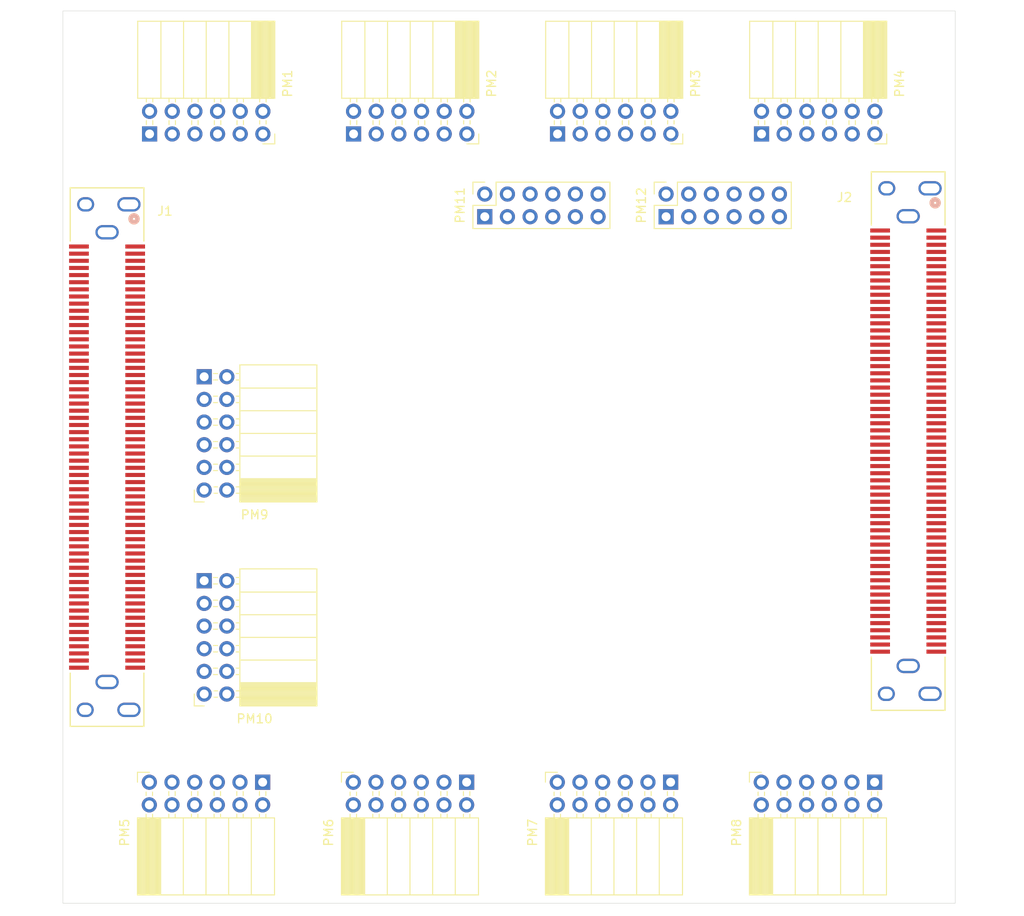
<source format=kicad_pcb>
(kicad_pcb (version 20240108) (generator "pcbnew") (generator_version "8.0")
  (layers (0 "F.Cu" signal) (31 "B.Cu" signal) (34 "B.Paste" user) (35 "F.Paste" user) (36 "B.SilkS" user "B.Silkscreen") (37 "F.SilkS" user "F.Silkscreen") (38 "B.Mask" user) (39 "F.Mask" user) (44 "Edge.Cuts" user))
  (net 0 "")
  (footprint "custom:PMOD_12p_Horizontal" (layer "F.Cu") (at 83.974 55.116 -90)
    (property "Reference" "PM2" (at -5.65 -9.12 90) (layer "F.SilkS"))
    (property "Value" "Conn_02x06_Top_Bottom")
    (pad "1" thru_hole rect (at 0 6.35 270) (size 1.7 1.7) (drill 1) (layers "*.Cu" "*.Mask"))
    (pad "2" thru_hole oval (at 0 3.81 270) (size 1.7 1.7) (drill 1) (layers "*.Cu" "*.Mask"))
    (pad "3" thru_hole oval (at 0 1.27 270) (size 1.7 1.7) (drill 1) (layers "*.Cu" "*.Mask"))
    (pad "4" thru_hole oval (at 0 -1.27 270) (size 1.7 1.7) (drill 1) (layers "*.Cu" "*.Mask"))
    (pad "5" thru_hole oval (at 0 -3.81 270) (size 1.7 1.7) (drill 1) (layers "*.Cu" "*.Mask"))
    (pad "6" thru_hole circle (at 0 -6.35 270) (size 1.7 1.7) (drill 1) (layers "*.Cu" "*.Mask"))
    (pad "7" thru_hole circle (at -2.54 6.35 270) (size 1.7 1.7) (drill 1) (layers "*.Cu" "*.Mask"))
    (pad "8" thru_hole oval (at -2.54 3.81 270) (size 1.7 1.7) (drill 1) (layers "*.Cu" "*.Mask"))
    (pad "9" thru_hole oval (at -2.54 1.27 270) (size 1.7 1.7) (drill 1) (layers "*.Cu" "*.Mask"))
    (pad "10" thru_hole oval (at -2.54 -1.27 270) (size 1.7 1.7) (drill 1) (layers "*.Cu" "*.Mask"))
    (pad "11" thru_hole oval (at -2.54 -3.81 270) (size 1.7 1.7) (drill 1) (layers "*.Cu" "*.Mask"))
    (pad "12" thru_hole circle (at -2.54 -6.35 270) (size 1.7 1.7) (drill 1) (layers "*.Cu" "*.Mask"))
  )
  (footprint "custom:PMOD_12p_Horizontal" (layer "F.Cu") (at 83.947 127.762 90)
    (property "Reference" "PM6" (at -5.65 -9.12 270) (layer "F.SilkS"))
    (property "Value" "Conn_02x06_Top_Bottom")
    (pad "1" thru_hole rect (at 0 6.35 90) (size 1.7 1.7) (drill 1) (layers "*.Cu" "*.Mask"))
    (pad "2" thru_hole oval (at 0 3.81 90) (size 1.7 1.7) (drill 1) (layers "*.Cu" "*.Mask"))
    (pad "3" thru_hole oval (at 0 1.27 90) (size 1.7 1.7) (drill 1) (layers "*.Cu" "*.Mask"))
    (pad "4" thru_hole oval (at 0 -1.27 90) (size 1.7 1.7) (drill 1) (layers "*.Cu" "*.Mask"))
    (pad "5" thru_hole oval (at 0 -3.81 90) (size 1.7 1.7) (drill 1) (layers "*.Cu" "*.Mask"))
    (pad "6" thru_hole circle (at 0 -6.35 90) (size 1.7 1.7) (drill 1) (layers "*.Cu" "*.Mask"))
    (pad "7" thru_hole circle (at -2.54 6.35 90) (size 1.7 1.7) (drill 1) (layers "*.Cu" "*.Mask"))
    (pad "8" thru_hole oval (at -2.54 3.81 90) (size 1.7 1.7) (drill 1) (layers "*.Cu" "*.Mask"))
    (pad "9" thru_hole oval (at -2.54 1.27 90) (size 1.7 1.7) (drill 1) (layers "*.Cu" "*.Mask"))
    (pad "10" thru_hole oval (at -2.54 -1.27 90) (size 1.7 1.7) (drill 1) (layers "*.Cu" "*.Mask"))
    (pad "11" thru_hole oval (at -2.54 -3.81 90) (size 1.7 1.7) (drill 1) (layers "*.Cu" "*.Mask"))
    (pad "12" thru_hole circle (at -2.54 -6.35 90) (size 1.7 1.7) (drill 1) (layers "*.Cu" "*.Mask"))
  )
  (footprint "custom:PMOD_12p_Horizontal" (layer "F.Cu") (at 60.883 111.533 180)
    (property "Reference" "PM10" (at -5.65 -9.12 180) (layer "F.SilkS"))
    (property "Value" "Conn_02x06_Top_Bottom")
    (pad "1" thru_hole rect (at 0 6.35 180) (size 1.7 1.7) (drill 1) (layers "*.Cu" "*.Mask"))
    (pad "2" thru_hole oval (at 0 3.81 180) (size 1.7 1.7) (drill 1) (layers "*.Cu" "*.Mask"))
    (pad "3" thru_hole oval (at 0 1.27 180) (size 1.7 1.7) (drill 1) (layers "*.Cu" "*.Mask"))
    (pad "4" thru_hole oval (at 0 -1.27 180) (size 1.7 1.7) (drill 1) (layers "*.Cu" "*.Mask"))
    (pad "5" thru_hole oval (at 0 -3.81 180) (size 1.7 1.7) (drill 1) (layers "*.Cu" "*.Mask"))
    (pad "6" thru_hole circle (at 0 -6.35 180) (size 1.7 1.7) (drill 1) (layers "*.Cu" "*.Mask"))
    (pad "7" thru_hole circle (at -2.54 6.35 180) (size 1.7 1.7) (drill 1) (layers "*.Cu" "*.Mask"))
    (pad "8" thru_hole oval (at -2.54 3.81 180) (size 1.7 1.7) (drill 1) (layers "*.Cu" "*.Mask"))
    (pad "9" thru_hole oval (at -2.54 1.27 180) (size 1.7 1.7) (drill 1) (layers "*.Cu" "*.Mask"))
    (pad "10" thru_hole oval (at -2.54 -1.27 180) (size 1.7 1.7) (drill 1) (layers "*.Cu" "*.Mask"))
    (pad "11" thru_hole oval (at -2.54 -3.81 180) (size 1.7 1.7) (drill 1) (layers "*.Cu" "*.Mask"))
    (pad "12" thru_hole circle (at -2.54 -6.35 180) (size 1.7 1.7) (drill 1) (layers "*.Cu" "*.Mask"))
  )
  (footprint "custom:PMOD_12p_Horizontal" (layer "F.Cu") (at 61.114 55.116 -90)
    (property "Reference" "PM1" (at -5.65 -9.12 90) (layer "F.SilkS"))
    (property "Value" "Conn_02x06_Top_Bottom")
    (pad "1" thru_hole rect (at 0 6.35 270) (size 1.7 1.7) (drill 1) (layers "*.Cu" "*.Mask"))
    (pad "2" thru_hole oval (at 0 3.81 270) (size 1.7 1.7) (drill 1) (layers "*.Cu" "*.Mask"))
    (pad "3" thru_hole oval (at 0 1.27 270) (size 1.7 1.7) (drill 1) (layers "*.Cu" "*.Mask"))
    (pad "4" thru_hole oval (at 0 -1.27 270) (size 1.7 1.7) (drill 1) (layers "*.Cu" "*.Mask"))
    (pad "5" thru_hole oval (at 0 -3.81 270) (size 1.7 1.7) (drill 1) (layers "*.Cu" "*.Mask"))
    (pad "6" thru_hole circle (at 0 -6.35 270) (size 1.7 1.7) (drill 1) (layers "*.Cu" "*.Mask"))
    (pad "7" thru_hole circle (at -2.54 6.35 270) (size 1.7 1.7) (drill 1) (layers "*.Cu" "*.Mask"))
    (pad "8" thru_hole oval (at -2.54 3.81 270) (size 1.7 1.7) (drill 1) (layers "*.Cu" "*.Mask"))
    (pad "9" thru_hole oval (at -2.54 1.27 270) (size 1.7 1.7) (drill 1) (layers "*.Cu" "*.Mask"))
    (pad "10" thru_hole oval (at -2.54 -1.27 270) (size 1.7 1.7) (drill 1) (layers "*.Cu" "*.Mask"))
    (pad "11" thru_hole oval (at -2.54 -3.81 270) (size 1.7 1.7) (drill 1) (layers "*.Cu" "*.Mask"))
    (pad "12" thru_hole circle (at -2.54 -6.35 270) (size 1.7 1.7) (drill 1) (layers "*.Cu" "*.Mask"))
  )
  (footprint "custom:PMOD_12p_Horizontal" (layer "F.Cu") (at 60.883 88.673 180)
    (property "Reference" "PM9" (at -5.65 -9.12 180) (layer "F.SilkS"))
    (property "Value" "Conn_02x06_Top_Bottom")
    (pad "1" thru_hole rect (at 0 6.35 180) (size 1.7 1.7) (drill 1) (layers "*.Cu" "*.Mask"))
    (pad "2" thru_hole oval (at 0 3.81 180) (size 1.7 1.7) (drill 1) (layers "*.Cu" "*.Mask"))
    (pad "3" thru_hole oval (at 0 1.27 180) (size 1.7 1.7) (drill 1) (layers "*.Cu" "*.Mask"))
    (pad "4" thru_hole oval (at 0 -1.27 180) (size 1.7 1.7) (drill 1) (layers "*.Cu" "*.Mask"))
    (pad "5" thru_hole oval (at 0 -3.81 180) (size 1.7 1.7) (drill 1) (layers "*.Cu" "*.Mask"))
    (pad "6" thru_hole circle (at 0 -6.35 180) (size 1.7 1.7) (drill 1) (layers "*.Cu" "*.Mask"))
    (pad "7" thru_hole circle (at -2.54 6.35 180) (size 1.7 1.7) (drill 1) (layers "*.Cu" "*.Mask"))
    (pad "8" thru_hole oval (at -2.54 3.81 180) (size 1.7 1.7) (drill 1) (layers "*.Cu" "*.Mask"))
    (pad "9" thru_hole oval (at -2.54 1.27 180) (size 1.7 1.7) (drill 1) (layers "*.Cu" "*.Mask"))
    (pad "10" thru_hole oval (at -2.54 -1.27 180) (size 1.7 1.7) (drill 1) (layers "*.Cu" "*.Mask"))
    (pad "11" thru_hole oval (at -2.54 -3.81 180) (size 1.7 1.7) (drill 1) (layers "*.Cu" "*.Mask"))
    (pad "12" thru_hole circle (at -2.54 -6.35 180) (size 1.7 1.7) (drill 1) (layers "*.Cu" "*.Mask"))
  )
  (footprint "custom:PMOD_12p_Horizontal" (layer "F.Cu") (at 106.807 127.762 90)
    (property "Reference" "PM7" (at -5.65 -9.12 270) (layer "F.SilkS"))
    (property "Value" "Conn_02x06_Top_Bottom")
    (pad "1" thru_hole rect (at 0 6.35 90) (size 1.7 1.7) (drill 1) (layers "*.Cu" "*.Mask"))
    (pad "2" thru_hole oval (at 0 3.81 90) (size 1.7 1.7) (drill 1) (layers "*.Cu" "*.Mask"))
    (pad "3" thru_hole oval (at 0 1.27 90) (size 1.7 1.7) (drill 1) (layers "*.Cu" "*.Mask"))
    (pad "4" thru_hole oval (at 0 -1.27 90) (size 1.7 1.7) (drill 1) (layers "*.Cu" "*.Mask"))
    (pad "5" thru_hole oval (at 0 -3.81 90) (size 1.7 1.7) (drill 1) (layers "*.Cu" "*.Mask"))
    (pad "6" thru_hole circle (at 0 -6.35 90) (size 1.7 1.7) (drill 1) (layers "*.Cu" "*.Mask"))
    (pad "7" thru_hole circle (at -2.54 6.35 90) (size 1.7 1.7) (drill 1) (layers "*.Cu" "*.Mask"))
    (pad "8" thru_hole oval (at -2.54 3.81 90) (size 1.7 1.7) (drill 1) (layers "*.Cu" "*.Mask"))
    (pad "9" thru_hole oval (at -2.54 1.27 90) (size 1.7 1.7) (drill 1) (layers "*.Cu" "*.Mask"))
    (pad "10" thru_hole oval (at -2.54 -1.27 90) (size 1.7 1.7) (drill 1) (layers "*.Cu" "*.Mask"))
    (pad "11" thru_hole oval (at -2.54 -3.81 90) (size 1.7 1.7) (drill 1) (layers "*.Cu" "*.Mask"))
    (pad "12" thru_hole circle (at -2.54 -6.35 90) (size 1.7 1.7) (drill 1) (layers "*.Cu" "*.Mask"))
  )
  (footprint "custom:CUSTOM_FX_120S-0.8SH20" (layer "F.Cu") (at 50.001 91.33 -90)
    (property "Reference" "J1" (at -27.57 -6.489999 0) (layer "F.SilkS"))
    (property "Value" "FX18-120P-0.8SV20")
    (pad "1" smd rect (at -23.599999 -3.149999 270) (size 0.4572 2.2098) (layers "F.Cu" "F.Paste" "F.Mask"))
    (pad "2" smd rect (at -22.799998 -3.149999 270) (size 0.4572 2.2098) (layers "F.Cu" "F.Paste" "F.Mask"))
    (pad "3" smd rect (at -21.999999 -3.149999 270) (size 0.4572 2.2098) (layers "F.Cu" "F.Paste" "F.Mask"))
    (pad "4" smd rect (at -21.199998 -3.149999 270) (size 0.4572 2.2098) (layers "F.Cu" "F.Paste" "F.Mask"))
    (pad "5" smd rect (at -20.4 -3.149999 270) (size 0.4572 2.2098) (layers "F.Cu" "F.Paste" "F.Mask"))
    (pad "6" smd rect (at -19.599999 -3.149999 270) (size 0.4572 2.2098) (layers "F.Cu" "F.Paste" "F.Mask"))
    (pad "7" smd rect (at -18.799998 -3.149999 270) (size 0.4572 2.2098) (layers "F.Cu" "F.Paste" "F.Mask"))
    (pad "8" smd rect (at -18 -3.149999 270) (size 0.4572 2.2098) (layers "F.Cu" "F.Paste" "F.Mask"))
    (pad "9" smd rect (at -17.199999 -3.149999 270) (size 0.4572 2.2098) (layers "F.Cu" "F.Paste" "F.Mask"))
    (pad "10" smd rect (at -16.4 -3.149999 270) (size 0.4572 2.2098) (layers "F.Cu" "F.Paste" "F.Mask"))
    (pad "11" smd rect (at -15.599999 -3.149999 270) (size 0.4572 2.2098) (layers "F.Cu" "F.Paste" "F.Mask"))
    (pad "12" smd rect (at -14.799998 -3.149999 270) (size 0.4572 2.2098) (layers "F.Cu" "F.Paste" "F.Mask"))
    (pad "13" smd rect (at -14 -3.149999 270) (size 0.4572 2.2098) (layers "F.Cu" "F.Paste" "F.Mask"))
    (pad "14" smd rect (at -13.199999 -3.149999 270) (size 0.4572 2.2098) (layers "F.Cu" "F.Paste" "F.Mask"))
    (pad "15" smd rect (at -12.400001 -3.149999 270) (size 0.4572 2.2098) (layers "F.Cu" "F.Paste" "F.Mask"))
    (pad "16" smd rect (at -11.6 -3.149999 270) (size 0.4572 2.2098) (layers "F.Cu" "F.Paste" "F.Mask"))
    (pad "17" smd rect (at -10.799999 -3.149999 270) (size 0.4572 2.2098) (layers "F.Cu" "F.Paste" "F.Mask"))
    (pad "18" smd rect (at -10 -3.149999 270) (size 0.4572 2.2098) (layers "F.Cu" "F.Paste" "F.Mask"))
    (pad "19" smd rect (at -9.199999 -3.149999 270) (size 0.4572 2.2098) (layers "F.Cu" "F.Paste" "F.Mask"))
    (pad "20" smd rect (at -8.400001 -3.149999 270) (size 0.4572 2.2098) (layers "F.Cu" "F.Paste" "F.Mask"))
    (pad "21" smd rect (at -7.6 -3.149999 270) (size 0.4572 2.2098) (layers "F.Cu" "F.Paste" "F.Mask"))
    (pad "22" smd rect (at -6.799999 -3.149999 270) (size 0.4572 2.2098) (layers "F.Cu" "F.Paste" "F.Mask"))
    (pad "23" smd rect (at -6.000001 -3.149999 270) (size 0.4572 2.2098) (layers "F.Cu" "F.Paste" "F.Mask"))
    (pad "24" smd rect (at -5.2 -3.149999 270) (size 0.4572 2.2098) (layers "F.Cu" "F.Paste" "F.Mask"))
    (pad "25" smd rect (at -4.400001 -3.149999 270) (size 0.4572 2.2098) (layers "F.Cu" "F.Paste" "F.Mask"))
    (pad "26" smd rect (at -3.6 -3.149999 270) (size 0.4572 2.2098) (layers "F.Cu" "F.Paste" "F.Mask"))
    (pad "27" smd rect (at -2.799999 -3.149999 270) (size 0.4572 2.2098) (layers "F.Cu" "F.Paste" "F.Mask"))
    (pad "28" smd rect (at -2.000001 -3.149999 270) (size 0.4572 2.2098) (layers "F.Cu" "F.Paste" "F.Mask"))
    (pad "29" smd rect (at -1.2 -3.149999 270) (size 0.4572 2.2098) (layers "F.Cu" "F.Paste" "F.Mask"))
    (pad "30" smd rect (at -0.400002 -3.149999 270) (size 0.4572 2.2098) (layers "F.Cu" "F.Paste" "F.Mask"))
    (pad "31" smd rect (at 0.399999 -3.149999 270) (size 0.4572 2.2098) (layers "F.Cu" "F.Paste" "F.Mask"))
    (pad "32" smd rect (at 1.2 -3.149999 270) (size 0.4572 2.2098) (layers "F.Cu" "F.Paste" "F.Mask"))
    (pad "33" smd rect (at 1.999999 -3.149999 270) (size 0.4572 2.2098) (layers "F.Cu" "F.Paste" "F.Mask"))
    (pad "34" smd rect (at 2.799999 -3.149999 270) (size 0.4572 2.2098) (layers "F.Cu" "F.Paste" "F.Mask"))
    (pad "35" smd rect (at 3.599998 -3.149999 270) (size 0.4572 2.2098) (layers "F.Cu" "F.Paste" "F.Mask"))
    (pad "36" smd rect (at 4.399999 -3.149999 270) (size 0.4572 2.2098) (layers "F.Cu" "F.Paste" "F.Mask"))
    (pad "37" smd rect (at 5.199997 -3.149999 270) (size 0.4572 2.2098) (layers "F.Cu" "F.Paste" "F.Mask"))
    (pad "38" smd rect (at 5.999998 -3.149999 270) (size 0.4572 2.2098) (layers "F.Cu" "F.Paste" "F.Mask"))
    (pad "39" smd rect (at 6.799999 -3.149999 270) (size 0.4572 2.2098) (layers "F.Cu" "F.Paste" "F.Mask"))
    (pad "40" smd rect (at 7.599997 -3.149999 270) (size 0.4572 2.2098) (layers "F.Cu" "F.Paste" "F.Mask"))
    (pad "41" smd rect (at 8.399998 -3.149999 270) (size 0.4572 2.2098) (layers "F.Cu" "F.Paste" "F.Mask"))
    (pad "42" smd rect (at 9.199997 -3.149999 270) (size 0.4572 2.2098) (layers "F.Cu" "F.Paste" "F.Mask"))
    (pad "43" smd rect (at 9.999998 -3.149999 270) (size 0.4572 2.2098) (layers "F.Cu" "F.Paste" "F.Mask"))
    (pad "44" smd rect (at 10.799999 -3.149999 270) (size 0.4572 2.2098) (layers "F.Cu" "F.Paste" "F.Mask"))
    (pad "45" smd rect (at 11.599997 -3.149999 270) (size 0.4572 2.2098) (layers "F.Cu" "F.Paste" "F.Mask"))
    (pad "46" smd rect (at 12.399998 -3.149999 270) (size 0.4572 2.2098) (layers "F.Cu" "F.Paste" "F.Mask"))
    (pad "47" smd rect (at 13.199996 -3.149999 270) (size 0.4572 2.2098) (layers "F.Cu" "F.Paste" "F.Mask"))
    (pad "48" smd rect (at 13.999997 -3.149999 270) (size 0.4572 2.2098) (layers "F.Cu" "F.Paste" "F.Mask"))
    (pad "49" smd rect (at 14.799998 -3.149999 270) (size 0.4572 2.2098) (layers "F.Cu" "F.Paste" "F.Mask"))
    (pad "50" smd rect (at 15.599997 -3.149999 270) (size 0.4572 2.2098) (layers "F.Cu" "F.Paste" "F.Mask"))
    (pad "51" smd rect (at 16.399998 -3.149999 270) (size 0.4572 2.2098) (layers "F.Cu" "F.Paste" "F.Mask"))
    (pad "52" smd rect (at 17.199996 -3.149999 270) (size 0.4572 2.2098) (layers "F.Cu" "F.Paste" "F.Mask"))
    (pad "53" smd rect (at 17.999997 -3.149999 270) (size 0.4572 2.2098) (layers "F.Cu" "F.Paste" "F.Mask"))
    (pad "54" smd rect (at 18.799998 -3.149999 270) (size 0.4572 2.2098) (layers "F.Cu" "F.Paste" "F.Mask"))
    (pad "55" smd rect (at 19.599996 -3.149999 270) (size 0.4572 2.2098) (layers "F.Cu" "F.Paste" "F.Mask"))
    (pad "56" smd rect (at 20.399997 -3.149999 270) (size 0.4572 2.2098) (layers "F.Cu" "F.Paste" "F.Mask"))
    (pad "57" smd rect (at 21.199996 -3.149999 270) (size 0.4572 2.2098) (layers "F.Cu" "F.Paste" "F.Mask"))
    (pad "58" smd rect (at 21.999997 -3.149999 270) (size 0.4572 2.2098) (layers "F.Cu" "F.Paste" "F.Mask"))
    (pad "59" smd rect (at 22.799998 -3.149999 270) (size 0.4572 2.2098) (layers "F.Cu" "F.Paste" "F.Mask"))
    (pad "60" smd rect (at 23.599996 -3.149999 270) (size 0.4572 2.2098) (layers "F.Cu" "F.Paste" "F.Mask"))
    (pad "61" smd rect (at -23.599996 3.149999 270) (size 0.4572 2.2098) (layers "F.Cu" "F.Paste" "F.Mask"))
    (pad "62" smd rect (at -22.799998 3.149999 270) (size 0.4572 2.2098) (layers "F.Cu" "F.Paste" "F.Mask"))
    (pad "63" smd rect (at -21.999997 3.149999 270) (size 0.4572 2.2098) (layers "F.Cu" "F.Paste" "F.Mask"))
    (pad "64" smd rect (at -21.199996 3.149999 270) (size 0.4572 2.2098) (layers "F.Cu" "F.Paste" "F.Mask"))
    (pad "65" smd rect (at -20.399997 3.149999 270) (size 0.4572 2.2098) (layers "F.Cu" "F.Paste" "F.Mask"))
    (pad "66" smd rect (at -19.599996 3.149999 270) (size 0.4572 2.2098) (layers "F.Cu" "F.Paste" "F.Mask"))
    (pad "67" smd rect (at -18.799998 3.149999 270) (size 0.4572 2.2098) (layers "F.Cu" "F.Paste" "F.Mask"))
    (pad "68" smd rect (at -17.999997 3.149999 270) (size 0.4572 2.2098) (layers "F.Cu" "F.Paste" "F.Mask"))
    (pad "69" smd rect (at -17.199996 3.149999 270) (size 0.4572 2.2098) (layers "F.Cu" "F.Paste" "F.Mask"))
    (pad "70" smd rect (at -16.399998 3.149999 270) (size 0.4572 2.2098) (layers "F.Cu" "F.Paste" "F.Mask"))
    (pad "71" smd rect (at -15.599997 3.149999 270) (size 0.4572 2.2098) (layers "F.Cu" "F.Paste" "F.Mask"))
    (pad "72" smd rect (at -14.799998 3.149999 270) (size 0.4572 2.2098) (layers "F.Cu" "F.Paste" "F.Mask"))
    (pad "73" smd rect (at -13.999997 3.149999 270) (size 0.4572 2.2098) (layers "F.Cu" "F.Paste" "F.Mask"))
    (pad "74" smd rect (at -13.199996 3.149999 270) (size 0.4572 2.2098) (layers "F.Cu" "F.Paste" "F.Mask"))
    (pad "75" smd rect (at -12.399998 3.149999 270) (size 0.4572 2.2098) (layers "F.Cu" "F.Paste" "F.Mask"))
    (pad "76" smd rect (at -11.599997 3.149999 270) (size 0.4572 2.2098) (layers "F.Cu" "F.Paste" "F.Mask"))
    (pad "77" smd rect (at -10.799999 3.149999 270) (size 0.4572 2.2098) (layers "F.Cu" "F.Paste" "F.Mask"))
    (pad "78" smd rect (at -9.999998 3.149999 270) (size 0.4572 2.2098) (layers "F.Cu" "F.Paste" "F.Mask"))
    (pad "79" smd rect (at -9.199997 3.149999 270) (size 0.4572 2.2098) (layers "F.Cu" "F.Paste" "F.Mask"))
    (pad "80" smd rect (at -8.399998 3.149999 270) (size 0.4572 2.2098) (layers "F.Cu" "F.Paste" "F.Mask"))
    (pad "81" smd rect (at -7.599997 3.149999 270) (size 0.4572 2.2098) (layers "F.Cu" "F.Paste" "F.Mask"))
    (pad "82" smd rect (at -6.799999 3.149999 270) (size 0.4572 2.2098) (layers "F.Cu" "F.Paste" "F.Mask"))
    (pad "83" smd rect (at -5.999998 3.149999 270) (size 0.4572 2.2098) (layers "F.Cu" "F.Paste" "F.Mask"))
    (pad "84" smd rect (at -5.199997 3.149999 270) (size 0.4572 2.2098) (layers "F.Cu" "F.Paste" "F.Mask"))
    (pad "85" smd rect (at -4.399999 3.149999 270) (size 0.4572 2.2098) (layers "F.Cu" "F.Paste" "F.Mask"))
    (pad "86" smd rect (at -3.599998 3.149999 270) (size 0.4572 2.2098) (layers "F.Cu" "F.Paste" "F.Mask"))
    (pad "87" smd rect (at -2.799999 3.149999 270) (size 0.4572 2.2098) (layers "F.Cu" "F.Paste" "F.Mask"))
    (pad "88" smd rect (at -1.999999 3.149999 270) (size 0.4572 2.2098) (layers "F.Cu" "F.Paste" "F.Mask"))
    (pad "89" smd rect (at -1.2 3.149999 270) (size 0.4572 2.2098) (layers "F.Cu" "F.Paste" "F.Mask"))
    (pad "90" smd rect (at -0.399999 3.149999 270) (size 0.4572 2.2098) (layers "F.Cu" "F.Paste" "F.Mask"))
    (pad "91" smd rect (at 0.400002 3.149999 270) (size 0.4572 2.2098) (layers "F.Cu" "F.Paste" "F.Mask"))
    (pad "92" smd rect (at 1.2 3.149999 270) (size 0.4572 2.2098) (layers "F.Cu" "F.Paste" "F.Mask"))
    (pad "93" smd rect (at 2.000001 3.149999 270) (size 0.4572 2.2098) (layers "F.Cu" "F.Paste" "F.Mask"))
    (pad "94" smd rect (at 2.799999 3.149999 270) (size 0.4572 2.2098) (layers "F.Cu" "F.Paste" "F.Mask"))
    (pad "95" smd rect (at 3.6 3.149999 270) (size 0.4572 2.2098) (layers "F.Cu" "F.Paste" "F.Mask"))
    (pad "96" smd rect (at 4.400001 3.149999 270) (size 0.4572 2.2098) (layers "F.Cu" "F.Paste" "F.Mask"))
    (pad "97" smd rect (at 5.2 3.149999 270) (size 0.4572 2.2098) (layers "F.Cu" "F.Paste" "F.Mask"))
    (pad "98" smd rect (at 6.000001 3.149999 270) (size 0.4572 2.2098) (layers "F.Cu" "F.Paste" "F.Mask"))
    (pad "99" smd rect (at 6.799999 3.149999 270) (size 0.4572 2.2098) (layers "F.Cu" "F.Paste" "F.Mask"))
    (pad "100" smd rect (at 7.6 3.149999 270) (size 0.4572 2.2098) (layers "F.Cu" "F.Paste" "F.Mask"))
    (pad "101" smd rect (at 8.400001 3.149999 270) (size 0.4572 2.2098) (layers "F.Cu" "F.Paste" "F.Mask"))
    (pad "102" smd rect (at 9.199999 3.149999 270) (size 0.4572 2.2098) (layers "F.Cu" "F.Paste" "F.Mask"))
    (pad "103" smd rect (at 10 3.149999 270) (size 0.4572 2.2098) (layers "F.Cu" "F.Paste" "F.Mask"))
    (pad "104" smd rect (at 10.799999 3.149999 270) (size 0.4572 2.2098) (layers "F.Cu" "F.Paste" "F.Mask"))
    (pad "105" smd rect (at 11.6 3.149999 270) (size 0.4572 2.2098) (layers "F.Cu" "F.Paste" "F.Mask"))
    (pad "106" smd rect (at 12.400001 3.149999 270) (size 0.4572 2.2098) (layers "F.Cu" "F.Paste" "F.Mask"))
    (pad "107" smd rect (at 13.199999 3.149999 270) (size 0.4572 2.2098) (layers "F.Cu" "F.Paste" "F.Mask"))
    (pad "108" smd rect (at 14 3.149999 270) (size 0.4572 2.2098) (layers "F.Cu" "F.Paste" "F.Mask"))
    (pad "109" smd rect (at 14.799998 3.149999 270) (size 0.4572 2.2098) (layers "F.Cu" "F.Paste" "F.Mask"))
    (pad "110" smd rect (at 15.599999 3.149999 270) (size 0.4572 2.2098) (layers "F.Cu" "F.Paste" "F.Mask"))
    (pad "111" smd rect (at 16.4 3.149999 270) (size 0.4572 2.2098) (layers "F.Cu" "F.Paste" "F.Mask"))
    (pad "112" smd rect (at 17.199999 3.149999 270) (size 0.4572 2.2098) (layers "F.Cu" "F.Paste" "F.Mask"))
    (pad "113" smd rect (at 18 3.149999 270) (size 0.4572 2.2098) (layers "F.Cu" "F.Paste" "F.Mask"))
    (pad "114" smd rect (at 18.799998 3.149999 270) (size 0.4572 2.2098) (layers "F.Cu" "F.Paste" "F.Mask"))
    (pad "115" smd rect (at 19.599999 3.149999 270) (size 0.4572 2.2098) (layers "F.Cu" "F.Paste" "F.Mask"))
    (pad "116" smd rect (at 20.4 3.149999 270) (size 0.4572 2.2098) (layers "F.Cu" "F.Paste" "F.Mask"))
    (pad "117" smd rect (at 21.199998 3.149999 270) (size 0.4572 2.2098) (layers "F.Cu" "F.Paste" "F.Mask"))
    (pad "118" smd rect (at 21.999999 3.149999 270) (size 0.4572 2.2098) (layers "F.Cu" "F.Paste" "F.Mask"))
    (pad "119" smd rect (at 22.799998 3.149999 270) (size 0.4572 2.2098) (layers "F.Cu" "F.Paste" "F.Mask"))
    (pad "120" smd rect (at 23.599999 3.149999 270) (size 0.4572 2.2098) (layers "F.Cu" "F.Paste" "F.Mask"))
    (pad "121" thru_hole oval (at -28.325 2.4) (size 1.908 1.608) (drill oval 1.4 1.1) (layers "*.Cu" "*.Mask"))
    (pad "122" thru_hole oval (at -28.325 -2.45) (size 2.608001 1.608) (drill oval 2.1 1.1) (layers "*.Cu" "*.Mask"))
    (pad "123" thru_hole oval (at -25.2 0) (size 2.608001 1.608) (drill oval 2.1 1.1) (layers "*.Cu" "*.Mask"))
    (pad "124" thru_hole oval (at 25.200001 0) (size 2.608001 1.608) (drill oval 2.1 1.1) (layers "*.Cu" "*.Mask"))
    (pad "125" thru_hole oval (at 28.325 2.45) (size 1.908 1.608) (drill oval 1.4 1.1) (layers "*.Cu" "*.Mask"))
    (pad "126" thru_hole oval (at 28.325 -2.45) (size 2.608001 1.608) (drill oval 2.1 1.1) (layers "*.Cu" "*.Mask"))
  )
  (footprint "custom:PMOD_12p_Horizontal" (layer "F.Cu") (at 129.694 55.116 -90)
    (property "Reference" "PM4" (at -5.65 -9.12 90) (layer "F.SilkS"))
    (property "Value" "Conn_02x06_Top_Bottom")
    (pad "1" thru_hole rect (at 0 6.35 270) (size 1.7 1.7) (drill 1) (layers "*.Cu" "*.Mask"))
    (pad "2" thru_hole oval (at 0 3.81 270) (size 1.7 1.7) (drill 1) (layers "*.Cu" "*.Mask"))
    (pad "3" thru_hole oval (at 0 1.27 270) (size 1.7 1.7) (drill 1) (layers "*.Cu" "*.Mask"))
    (pad "4" thru_hole oval (at 0 -1.27 270) (size 1.7 1.7) (drill 1) (layers "*.Cu" "*.Mask"))
    (pad "5" thru_hole oval (at 0 -3.81 270) (size 1.7 1.7) (drill 1) (layers "*.Cu" "*.Mask"))
    (pad "6" thru_hole circle (at 0 -6.35 270) (size 1.7 1.7) (drill 1) (layers "*.Cu" "*.Mask"))
    (pad "7" thru_hole circle (at -2.54 6.35 270) (size 1.7 1.7) (drill 1) (layers "*.Cu" "*.Mask"))
    (pad "8" thru_hole oval (at -2.54 3.81 270) (size 1.7 1.7) (drill 1) (layers "*.Cu" "*.Mask"))
    (pad "9" thru_hole oval (at -2.54 1.27 270) (size 1.7 1.7) (drill 1) (layers "*.Cu" "*.Mask"))
    (pad "10" thru_hole oval (at -2.54 -1.27 270) (size 1.7 1.7) (drill 1) (layers "*.Cu" "*.Mask"))
    (pad "11" thru_hole oval (at -2.54 -3.81 270) (size 1.7 1.7) (drill 1) (layers "*.Cu" "*.Mask"))
    (pad "12" thru_hole circle (at -2.54 -6.35 270) (size 1.7 1.7) (drill 1) (layers "*.Cu" "*.Mask"))
  )
  (footprint "custom:PMOD_12p_Vertical" (layer "F.Cu") (at 98.679 64.389 90)
    (property "Reference" "PM11" (at 1.27 -9.12 270) (layer "F.SilkS"))
    (property "Value" "Conn_02x06_Top_Bottom")
    (pad "1" thru_hole rect (at 0 -6.35 90) (size 1.7 1.7) (drill 1) (layers "*.Cu" "*.Mask"))
    (pad "2" thru_hole oval (at 0 -3.81 90) (size 1.7 1.7) (drill 1) (layers "*.Cu" "*.Mask"))
    (pad "3" thru_hole oval (at 0 -1.27 90) (size 1.7 1.7) (drill 1) (layers "*.Cu" "*.Mask"))
    (pad "4" thru_hole oval (at 0 1.27 90) (size 1.7 1.7) (drill 1) (layers "*.Cu" "*.Mask"))
    (pad "5" thru_hole oval (at 0 3.81 90) (size 1.7 1.7) (drill 1) (layers "*.Cu" "*.Mask"))
    (pad "6" thru_hole oval (at 0 6.35 90) (size 1.7 1.7) (drill 1) (layers "*.Cu" "*.Mask"))
    (pad "7" thru_hole oval (at 2.54 -6.35 90) (size 1.7 1.7) (drill 1) (layers "*.Cu" "*.Mask"))
    (pad "8" thru_hole oval (at 2.54 -3.81 90) (size 1.7 1.7) (drill 1) (layers "*.Cu" "*.Mask"))
    (pad "9" thru_hole oval (at 2.54 -1.27 90) (size 1.7 1.7) (drill 1) (layers "*.Cu" "*.Mask"))
    (pad "10" thru_hole oval (at 2.54 1.27 90) (size 1.7 1.7) (drill 1) (layers "*.Cu" "*.Mask"))
    (pad "11" thru_hole oval (at 2.54 3.81 90) (size 1.7 1.7) (drill 1) (layers "*.Cu" "*.Mask"))
    (pad "12" thru_hole oval (at 2.54 6.35 90) (size 1.7 1.7) (drill 1) (layers "*.Cu" "*.Mask"))
  )
  (footprint "custom:PMOD_12p_Vertical" (layer "F.Cu") (at 118.999 64.389 90)
    (property "Reference" "PM12" (at 1.27 -9.12 270) (layer "F.SilkS"))
    (property "Value" "Conn_02x06_Top_Bottom")
    (pad "1" thru_hole rect (at 0 -6.35 90) (size 1.7 1.7) (drill 1) (layers "*.Cu" "*.Mask"))
    (pad "2" thru_hole oval (at 0 -3.81 90) (size 1.7 1.7) (drill 1) (layers "*.Cu" "*.Mask"))
    (pad "3" thru_hole oval (at 0 -1.27 90) (size 1.7 1.7) (drill 1) (layers "*.Cu" "*.Mask"))
    (pad "4" thru_hole oval (at 0 1.27 90) (size 1.7 1.7) (drill 1) (layers "*.Cu" "*.Mask"))
    (pad "5" thru_hole oval (at 0 3.81 90) (size 1.7 1.7) (drill 1) (layers "*.Cu" "*.Mask"))
    (pad "6" thru_hole oval (at 0 6.35 90) (size 1.7 1.7) (drill 1) (layers "*.Cu" "*.Mask"))
    (pad "7" thru_hole oval (at 2.54 -6.35 90) (size 1.7 1.7) (drill 1) (layers "*.Cu" "*.Mask"))
    (pad "8" thru_hole oval (at 2.54 -3.81 90) (size 1.7 1.7) (drill 1) (layers "*.Cu" "*.Mask"))
    (pad "9" thru_hole oval (at 2.54 -1.27 90) (size 1.7 1.7) (drill 1) (layers "*.Cu" "*.Mask"))
    (pad "10" thru_hole oval (at 2.54 1.27 90) (size 1.7 1.7) (drill 1) (layers "*.Cu" "*.Mask"))
    (pad "11" thru_hole oval (at 2.54 3.81 90) (size 1.7 1.7) (drill 1) (layers "*.Cu" "*.Mask"))
    (pad "12" thru_hole oval (at 2.54 6.35 90) (size 1.7 1.7) (drill 1) (layers "*.Cu" "*.Mask"))
  )
  (footprint "custom:PMOD_12p_Horizontal" (layer "F.Cu") (at 61.087 127.762 90)
    (property "Reference" "PM5" (at -5.65 -9.12 270) (layer "F.SilkS"))
    (property "Value" "Conn_02x06_Top_Bottom")
    (pad "1" thru_hole rect (at 0 6.35 90) (size 1.7 1.7) (drill 1) (layers "*.Cu" "*.Mask"))
    (pad "2" thru_hole oval (at 0 3.81 90) (size 1.7 1.7) (drill 1) (layers "*.Cu" "*.Mask"))
    (pad "3" thru_hole oval (at 0 1.27 90) (size 1.7 1.7) (drill 1) (layers "*.Cu" "*.Mask"))
    (pad "4" thru_hole oval (at 0 -1.27 90) (size 1.7 1.7) (drill 1) (layers "*.Cu" "*.Mask"))
    (pad "5" thru_hole oval (at 0 -3.81 90) (size 1.7 1.7) (drill 1) (layers "*.Cu" "*.Mask"))
    (pad "6" thru_hole circle (at 0 -6.35 90) (size 1.7 1.7) (drill 1) (layers "*.Cu" "*.Mask"))
    (pad "7" thru_hole circle (at -2.54 6.35 90) (size 1.7 1.7) (drill 1) (layers "*.Cu" "*.Mask"))
    (pad "8" thru_hole oval (at -2.54 3.81 90) (size 1.7 1.7) (drill 1) (layers "*.Cu" "*.Mask"))
    (pad "9" thru_hole oval (at -2.54 1.27 90) (size 1.7 1.7) (drill 1) (layers "*.Cu" "*.Mask"))
    (pad "10" thru_hole oval (at -2.54 -1.27 90) (size 1.7 1.7) (drill 1) (layers "*.Cu" "*.Mask"))
    (pad "11" thru_hole oval (at -2.54 -3.81 90) (size 1.7 1.7) (drill 1) (layers "*.Cu" "*.Mask"))
    (pad "12" thru_hole circle (at -2.54 -6.35 90) (size 1.7 1.7) (drill 1) (layers "*.Cu" "*.Mask"))
  )
  (footprint "custom:CUSTOM_FX_120S-0.8SH20" (layer "F.Cu") (at 139.78255 89.535 -90)
    (property "Reference" "J2" (at -27.309999 7.140001 0) (layer "F.SilkS"))
    (property "Value" "FX18-120S-0.8SV20")
    (pad "1" smd rect (at -23.599999 -3.149999 270) (size 0.4572 2.2098) (layers "F.Cu" "F.Paste" "F.Mask"))
    (pad "2" smd rect (at -22.799998 -3.149999 270) (size 0.4572 2.2098) (layers "F.Cu" "F.Paste" "F.Mask"))
    (pad "3" smd rect (at -21.999999 -3.149999 270) (size 0.4572 2.2098) (layers "F.Cu" "F.Paste" "F.Mask"))
    (pad "4" smd rect (at -21.199998 -3.149999 270) (size 0.4572 2.2098) (layers "F.Cu" "F.Paste" "F.Mask"))
    (pad "5" smd rect (at -20.4 -3.149999 270) (size 0.4572 2.2098) (layers "F.Cu" "F.Paste" "F.Mask"))
    (pad "6" smd rect (at -19.599999 -3.149999 270) (size 0.4572 2.2098) (layers "F.Cu" "F.Paste" "F.Mask"))
    (pad "7" smd rect (at -18.799998 -3.149999 270) (size 0.4572 2.2098) (layers "F.Cu" "F.Paste" "F.Mask"))
    (pad "8" smd rect (at -18 -3.149999 270) (size 0.4572 2.2098) (layers "F.Cu" "F.Paste" "F.Mask"))
    (pad "9" smd rect (at -17.199999 -3.149999 270) (size 0.4572 2.2098) (layers "F.Cu" "F.Paste" "F.Mask"))
    (pad "10" smd rect (at -16.4 -3.149999 270) (size 0.4572 2.2098) (layers "F.Cu" "F.Paste" "F.Mask"))
    (pad "11" smd rect (at -15.599999 -3.149999 270) (size 0.4572 2.2098) (layers "F.Cu" "F.Paste" "F.Mask"))
    (pad "12" smd rect (at -14.799998 -3.149999 270) (size 0.4572 2.2098) (layers "F.Cu" "F.Paste" "F.Mask"))
    (pad "13" smd rect (at -14 -3.149999 270) (size 0.4572 2.2098) (layers "F.Cu" "F.Paste" "F.Mask"))
    (pad "14" smd rect (at -13.199999 -3.149999 270) (size 0.4572 2.2098) (layers "F.Cu" "F.Paste" "F.Mask"))
    (pad "15" smd rect (at -12.400001 -3.149999 270) (size 0.4572 2.2098) (layers "F.Cu" "F.Paste" "F.Mask"))
    (pad "16" smd rect (at -11.6 -3.149999 270) (size 0.4572 2.2098) (layers "F.Cu" "F.Paste" "F.Mask"))
    (pad "17" smd rect (at -10.799999 -3.149999 270) (size 0.4572 2.2098) (layers "F.Cu" "F.Paste" "F.Mask"))
    (pad "18" smd rect (at -10 -3.149999 270) (size 0.4572 2.2098) (layers "F.Cu" "F.Paste" "F.Mask"))
    (pad "19" smd rect (at -9.199999 -3.149999 270) (size 0.4572 2.2098) (layers "F.Cu" "F.Paste" "F.Mask"))
    (pad "20" smd rect (at -8.400001 -3.149999 270) (size 0.4572 2.2098) (layers "F.Cu" "F.Paste" "F.Mask"))
    (pad "21" smd rect (at -7.6 -3.149999 270) (size 0.4572 2.2098) (layers "F.Cu" "F.Paste" "F.Mask"))
    (pad "22" smd rect (at -6.799999 -3.149999 270) (size 0.4572 2.2098) (layers "F.Cu" "F.Paste" "F.Mask"))
    (pad "23" smd rect (at -6.000001 -3.149999 270) (size 0.4572 2.2098) (layers "F.Cu" "F.Paste" "F.Mask"))
    (pad "24" smd rect (at -5.2 -3.149999 270) (size 0.4572 2.2098) (layers "F.Cu" "F.Paste" "F.Mask"))
    (pad "25" smd rect (at -4.400001 -3.149999 270) (size 0.4572 2.2098) (layers "F.Cu" "F.Paste" "F.Mask"))
    (pad "26" smd rect (at -3.6 -3.149999 270) (size 0.4572 2.2098) (layers "F.Cu" "F.Paste" "F.Mask"))
    (pad "27" smd rect (at -2.799999 -3.149999 270) (size 0.4572 2.2098) (layers "F.Cu" "F.Paste" "F.Mask"))
    (pad "28" smd rect (at -2.000001 -3.149999 270) (size 0.4572 2.2098) (layers "F.Cu" "F.Paste" "F.Mask"))
    (pad "29" smd rect (at -1.2 -3.149999 270) (size 0.4572 2.2098) (layers "F.Cu" "F.Paste" "F.Mask"))
    (pad "30" smd rect (at -0.400002 -3.149999 270) (size 0.4572 2.2098) (layers "F.Cu" "F.Paste" "F.Mask"))
    (pad "31" smd rect (at 0.399999 -3.149999 270) (size 0.4572 2.2098) (layers "F.Cu" "F.Paste" "F.Mask"))
    (pad "32" smd rect (at 1.2 -3.149999 270) (size 0.4572 2.2098) (layers "F.Cu" "F.Paste" "F.Mask"))
    (pad "33" smd rect (at 1.999999 -3.149999 270) (size 0.4572 2.2098) (layers "F.Cu" "F.Paste" "F.Mask"))
    (pad "34" smd rect (at 2.799999 -3.149999 270) (size 0.4572 2.2098) (layers "F.Cu" "F.Paste" "F.Mask"))
    (pad "35" smd rect (at 3.599998 -3.149999 270) (size 0.4572 2.2098) (layers "F.Cu" "F.Paste" "F.Mask"))
    (pad "36" smd rect (at 4.399999 -3.149999 270) (size 0.4572 2.2098) (layers "F.Cu" "F.Paste" "F.Mask"))
    (pad "37" smd rect (at 5.199997 -3.149999 270) (size 0.4572 2.2098) (layers "F.Cu" "F.Paste" "F.Mask"))
    (pad "38" smd rect (at 5.999998 -3.149999 270) (size 0.4572 2.2098) (layers "F.Cu" "F.Paste" "F.Mask"))
    (pad "39" smd rect (at 6.799999 -3.149999 270) (size 0.4572 2.2098) (layers "F.Cu" "F.Paste" "F.Mask"))
    (pad "40" smd rect (at 7.599997 -3.149999 270) (size 0.4572 2.2098) (layers "F.Cu" "F.Paste" "F.Mask"))
    (pad "41" smd rect (at 8.399998 -3.149999 270) (size 0.4572 2.2098) (layers "F.Cu" "F.Paste" "F.Mask"))
    (pad "42" smd rect (at 9.199997 -3.149999 270) (size 0.4572 2.2098) (layers "F.Cu" "F.Paste" "F.Mask"))
    (pad "43" smd rect (at 9.999998 -3.149999 270) (size 0.4572 2.2098) (layers "F.Cu" "F.Paste" "F.Mask"))
    (pad "44" smd rect (at 10.799999 -3.149999 270) (size 0.4572 2.2098) (layers "F.Cu" "F.Paste" "F.Mask"))
    (pad "45" smd rect (at 11.599997 -3.149999 270) (size 0.4572 2.2098) (layers "F.Cu" "F.Paste" "F.Mask"))
    (pad "46" smd rect (at 12.399998 -3.149999 270) (size 0.4572 2.2098) (layers "F.Cu" "F.Paste" "F.Mask"))
    (pad "47" smd rect (at 13.199996 -3.149999 270) (size 0.4572 2.2098) (layers "F.Cu" "F.Paste" "F.Mask"))
    (pad "48" smd rect (at 13.999997 -3.149999 270) (size 0.4572 2.2098) (layers "F.Cu" "F.Paste" "F.Mask"))
    (pad "49" smd rect (at 14.799998 -3.149999 270) (size 0.4572 2.2098) (layers "F.Cu" "F.Paste" "F.Mask"))
    (pad "50" smd rect (at 15.599997 -3.149999 270) (size 0.4572 2.2098) (layers "F.Cu" "F.Paste" "F.Mask"))
    (pad "51" smd rect (at 16.399998 -3.149999 270) (size 0.4572 2.2098) (layers "F.Cu" "F.Paste" "F.Mask"))
    (pad "52" smd rect (at 17.199996 -3.149999 270) (size 0.4572 2.2098) (layers "F.Cu" "F.Paste" "F.Mask"))
    (pad "53" smd rect (at 17.999997 -3.149999 270) (size 0.4572 2.2098) (layers "F.Cu" "F.Paste" "F.Mask"))
    (pad "54" smd rect (at 18.799998 -3.149999 270) (size 0.4572 2.2098) (layers "F.Cu" "F.Paste" "F.Mask"))
    (pad "55" smd rect (at 19.599996 -3.149999 270) (size 0.4572 2.2098) (layers "F.Cu" "F.Paste" "F.Mask"))
    (pad "56" smd rect (at 20.399997 -3.149999 270) (size 0.4572 2.2098) (layers "F.Cu" "F.Paste" "F.Mask"))
    (pad "57" smd rect (at 21.199996 -3.149999 270) (size 0.4572 2.2098) (layers "F.Cu" "F.Paste" "F.Mask"))
    (pad "58" smd rect (at 21.999997 -3.149999 270) (size 0.4572 2.2098) (layers "F.Cu" "F.Paste" "F.Mask"))
    (pad "59" smd rect (at 22.799998 -3.149999 270) (size 0.4572 2.2098) (layers "F.Cu" "F.Paste" "F.Mask"))
    (pad "60" smd rect (at 23.599996 -3.149999 270) (size 0.4572 2.2098) (layers "F.Cu" "F.Paste" "F.Mask"))
    (pad "61" smd rect (at -23.599996 3.149999 270) (size 0.4572 2.2098) (layers "F.Cu" "F.Paste" "F.Mask"))
    (pad "62" smd rect (at -22.799998 3.149999 270) (size 0.4572 2.2098) (layers "F.Cu" "F.Paste" "F.Mask"))
    (pad "63" smd rect (at -21.999997 3.149999 270) (size 0.4572 2.2098) (layers "F.Cu" "F.Paste" "F.Mask"))
    (pad "64" smd rect (at -21.199996 3.149999 270) (size 0.4572 2.2098) (layers "F.Cu" "F.Paste" "F.Mask"))
    (pad "65" smd rect (at -20.399997 3.149999 270) (size 0.4572 2.2098) (layers "F.Cu" "F.Paste" "F.Mask"))
    (pad "66" smd rect (at -19.599996 3.149999 270) (size 0.4572 2.2098) (layers "F.Cu" "F.Paste" "F.Mask"))
    (pad "67" smd rect (at -18.799998 3.149999 270) (size 0.4572 2.2098) (layers "F.Cu" "F.Paste" "F.Mask"))
    (pad "68" smd rect (at -17.999997 3.149999 270) (size 0.4572 2.2098) (layers "F.Cu" "F.Paste" "F.Mask"))
    (pad "69" smd rect (at -17.199996 3.149999 270) (size 0.4572 2.2098) (layers "F.Cu" "F.Paste" "F.Mask"))
    (pad "70" smd rect (at -16.399998 3.149999 270) (size 0.4572 2.2098) (layers "F.Cu" "F.Paste" "F.Mask"))
    (pad "71" smd rect (at -15.599997 3.149999 270) (size 0.4572 2.2098) (layers "F.Cu" "F.Paste" "F.Mask"))
    (pad "72" smd rect (at -14.799998 3.149999 270) (size 0.4572 2.2098) (layers "F.Cu" "F.Paste" "F.Mask"))
    (pad "73" smd rect (at -13.999997 3.149999 270) (size 0.4572 2.2098) (layers "F.Cu" "F.Paste" "F.Mask"))
    (pad "74" smd rect (at -13.199996 3.149999 270) (size 0.4572 2.2098) (layers "F.Cu" "F.Paste" "F.Mask"))
    (pad "75" smd rect (at -12.399998 3.149999 270) (size 0.4572 2.2098) (layers "F.Cu" "F.Paste" "F.Mask"))
    (pad "76" smd rect (at -11.599997 3.149999 270) (size 0.4572 2.2098) (layers "F.Cu" "F.Paste" "F.Mask"))
    (pad "77" smd rect (at -10.799999 3.149999 270) (size 0.4572 2.2098) (layers "F.Cu" "F.Paste" "F.Mask"))
    (pad "78" smd rect (at -9.999998 3.149999 270) (size 0.4572 2.2098) (layers "F.Cu" "F.Paste" "F.Mask"))
    (pad "79" smd rect (at -9.199997 3.149999 270) (size 0.4572 2.2098) (layers "F.Cu" "F.Paste" "F.Mask"))
    (pad "80" smd rect (at -8.399998 3.149999 270) (size 0.4572 2.2098) (layers "F.Cu" "F.Paste" "F.Mask"))
    (pad "81" smd rect (at -7.599997 3.149999 270) (size 0.4572 2.2098) (layers "F.Cu" "F.Paste" "F.Mask"))
    (pad "82" smd rect (at -6.799999 3.149999 270) (size 0.4572 2.2098) (layers "F.Cu" "F.Paste" "F.Mask"))
    (pad "83" smd rect (at -5.999998 3.149999 270) (size 0.4572 2.2098) (layers "F.Cu" "F.Paste" "F.Mask"))
    (pad "84" smd rect (at -5.199997 3.149999 270) (size 0.4572 2.2098) (layers "F.Cu" "F.Paste" "F.Mask"))
    (pad "85" smd rect (at -4.399999 3.149999 270) (size 0.4572 2.2098) (layers "F.Cu" "F.Paste" "F.Mask"))
    (pad "86" smd rect (at -3.599998 3.149999 270) (size 0.4572 2.2098) (layers "F.Cu" "F.Paste" "F.Mask"))
    (pad "87" smd rect (at -2.799999 3.149999 270) (size 0.4572 2.2098) (layers "F.Cu" "F.Paste" "F.Mask"))
    (pad "88" smd rect (at -1.999999 3.149999 270) (size 0.4572 2.2098) (layers "F.Cu" "F.Paste" "F.Mask"))
    (pad "89" smd rect (at -1.2 3.149999 270) (size 0.4572 2.2098) (layers "F.Cu" "F.Paste" "F.Mask"))
    (pad "90" smd rect (at -0.399999 3.149999 270) (size 0.4572 2.2098) (layers "F.Cu" "F.Paste" "F.Mask"))
    (pad "91" smd rect (at 0.400002 3.149999 270) (size 0.4572 2.2098) (layers "F.Cu" "F.Paste" "F.Mask"))
    (pad "92" smd rect (at 1.2 3.149999 270) (size 0.4572 2.2098) (layers "F.Cu" "F.Paste" "F.Mask"))
    (pad "93" smd rect (at 2.000001 3.149999 270) (size 0.4572 2.2098) (layers "F.Cu" "F.Paste" "F.Mask"))
    (pad "94" smd rect (at 2.799999 3.149999 270) (size 0.4572 2.2098) (layers "F.Cu" "F.Paste" "F.Mask"))
    (pad "95" smd rect (at 3.6 3.149999 270) (size 0.4572 2.2098) (layers "F.Cu" "F.Paste" "F.Mask"))
    (pad "96" smd rect (at 4.400001 3.149999 270) (size 0.4572 2.2098) (layers "F.Cu" "F.Paste" "F.Mask"))
    (pad "97" smd rect (at 5.2 3.149999 270) (size 0.4572 2.2098) (layers "F.Cu" "F.Paste" "F.Mask"))
    (pad "98" smd rect (at 6.000001 3.149999 270) (size 0.4572 2.2098) (layers "F.Cu" "F.Paste" "F.Mask"))
    (pad "99" smd rect (at 6.799999 3.149999 270) (size 0.4572 2.2098) (layers "F.Cu" "F.Paste" "F.Mask"))
    (pad "100" smd rect (at 7.6 3.149999 270) (size 0.4572 2.2098) (layers "F.Cu" "F.Paste" "F.Mask"))
    (pad "101" smd rect (at 8.400001 3.149999 270) (size 0.4572 2.2098) (layers "F.Cu" "F.Paste" "F.Mask"))
    (pad "102" smd rect (at 9.199999 3.149999 270) (size 0.4572 2.2098) (layers "F.Cu" "F.Paste" "F.Mask"))
    (pad "103" smd rect (at 10 3.149999 270) (size 0.4572 2.2098) (layers "F.Cu" "F.Paste" "F.Mask"))
    (pad "104" smd rect (at 10.799999 3.149999 270) (size 0.4572 2.2098) (layers "F.Cu" "F.Paste" "F.Mask"))
    (pad "105" smd rect (at 11.6 3.149999 270) (size 0.4572 2.2098) (layers "F.Cu" "F.Paste" "F.Mask"))
    (pad "106" smd rect (at 12.400001 3.149999 270) (size 0.4572 2.2098) (layers "F.Cu" "F.Paste" "F.Mask"))
    (pad "107" smd rect (at 13.199999 3.149999 270) (size 0.4572 2.2098) (layers "F.Cu" "F.Paste" "F.Mask"))
    (pad "108" smd rect (at 14 3.149999 270) (size 0.4572 2.2098) (layers "F.Cu" "F.Paste" "F.Mask"))
    (pad "109" smd rect (at 14.799998 3.149999 270) (size 0.4572 2.2098) (layers "F.Cu" "F.Paste" "F.Mask"))
    (pad "110" smd rect (at 15.599999 3.149999 270) (size 0.4572 2.2098) (layers "F.Cu" "F.Paste" "F.Mask"))
    (pad "111" smd rect (at 16.4 3.149999 270) (size 0.4572 2.2098) (layers "F.Cu" "F.Paste" "F.Mask"))
    (pad "112" smd rect (at 17.199999 3.149999 270) (size 0.4572 2.2098) (layers "F.Cu" "F.Paste" "F.Mask"))
    (pad "113" smd rect (at 18 3.149999 270) (size 0.4572 2.2098) (layers "F.Cu" "F.Paste" "F.Mask"))
    (pad "114" smd rect (at 18.799998 3.149999 270) (size 0.4572 2.2098) (layers "F.Cu" "F.Paste" "F.Mask"))
    (pad "115" smd rect (at 19.599999 3.149999 270) (size 0.4572 2.2098) (layers "F.Cu" "F.Paste" "F.Mask"))
    (pad "116" smd rect (at 20.4 3.149999 270) (size 0.4572 2.2098) (layers "F.Cu" "F.Paste" "F.Mask"))
    (pad "117" smd rect (at 21.199998 3.149999 270) (size 0.4572 2.2098) (layers "F.Cu" "F.Paste" "F.Mask"))
    (pad "118" smd rect (at 21.999999 3.149999 270) (size 0.4572 2.2098) (layers "F.Cu" "F.Paste" "F.Mask"))
    (pad "119" smd rect (at 22.799998 3.149999 270) (size 0.4572 2.2098) (layers "F.Cu" "F.Paste" "F.Mask"))
    (pad "120" smd rect (at 23.599999 3.149999 270) (size 0.4572 2.2098) (layers "F.Cu" "F.Paste" "F.Mask"))
    (pad "121" thru_hole oval (at -28.325 2.4) (size 1.908 1.608) (drill oval 1.4 1.1) (layers "*.Cu" "*.Mask"))
    (pad "122" thru_hole oval (at -28.325 -2.45) (size 2.608001 1.608) (drill oval 2.1 1.1) (layers "*.Cu" "*.Mask"))
    (pad "123" thru_hole oval (at -25.2 0) (size 2.608001 1.608) (drill oval 2.1 1.1) (layers "*.Cu" "*.Mask"))
    (pad "124" thru_hole oval (at 25.200001 0) (size 2.608001 1.608) (drill oval 2.1 1.1) (layers "*.Cu" "*.Mask"))
    (pad "125" thru_hole oval (at 28.325 2.45) (size 1.908 1.608) (drill oval 1.4 1.1) (layers "*.Cu" "*.Mask"))
    (pad "126" thru_hole oval (at 28.325 -2.45) (size 2.608001 1.608) (drill oval 2.1 1.1) (layers "*.Cu" "*.Mask"))
  )
  (footprint "custom:PMOD_12p_Horizontal" (layer "F.Cu") (at 129.667 127.762 90)
    (property "Reference" "PM8" (at -5.65 -9.12 270) (layer "F.SilkS"))
    (property "Value" "Conn_02x06_Top_Bottom")
    (pad "1" thru_hole rect (at 0 6.35 90) (size 1.7 1.7) (drill 1) (layers "*.Cu" "*.Mask"))
    (pad "2" thru_hole oval (at 0 3.81 90) (size 1.7 1.7) (drill 1) (layers "*.Cu" "*.Mask"))
    (pad "3" thru_hole oval (at 0 1.27 90) (size 1.7 1.7) (drill 1) (layers "*.Cu" "*.Mask"))
    (pad "4" thru_hole oval (at 0 -1.27 90) (size 1.7 1.7) (drill 1) (layers "*.Cu" "*.Mask"))
    (pad "5" thru_hole oval (at 0 -3.81 90) (size 1.7 1.7) (drill 1) (layers "*.Cu" "*.Mask"))
    (pad "6" thru_hole circle (at 0 -6.35 90) (size 1.7 1.7) (drill 1) (layers "*.Cu" "*.Mask"))
    (pad "7" thru_hole circle (at -2.54 6.35 90) (size 1.7 1.7) (drill 1) (layers "*.Cu" "*.Mask"))
    (pad "8" thru_hole oval (at -2.54 3.81 90) (size 1.7 1.7) (drill 1) (layers "*.Cu" "*.Mask"))
    (pad "9" thru_hole oval (at -2.54 1.27 90) (size 1.7 1.7) (drill 1) (layers "*.Cu" "*.Mask"))
    (pad "10" thru_hole oval (at -2.54 -1.27 90) (size 1.7 1.7) (drill 1) (layers "*.Cu" "*.Mask"))
    (pad "11" thru_hole oval (at -2.54 -3.81 90) (size 1.7 1.7) (drill 1) (layers "*.Cu" "*.Mask"))
    (pad "12" thru_hole circle (at -2.54 -6.35 90) (size 1.7 1.7) (drill 1) (layers "*.Cu" "*.Mask"))
  )
  (footprint "custom:PMOD_12p_Horizontal" (layer "F.Cu") (at 106.834 55.116 -90)
    (property "Reference" "PM3" (at -5.65 -9.12 90) (layer "F.SilkS"))
    (property "Value" "Conn_02x06_Top_Bottom")
    (pad "1" thru_hole rect (at 0 6.35 270) (size 1.7 1.7) (drill 1) (layers "*.Cu" "*.Mask"))
    (pad "2" thru_hole oval (at 0 3.81 270) (size 1.7 1.7) (drill 1) (layers "*.Cu" "*.Mask"))
    (pad "3" thru_hole oval (at 0 1.27 270) (size 1.7 1.7) (drill 1) (layers "*.Cu" "*.Mask"))
    (pad "4" thru_hole oval (at 0 -1.27 270) (size 1.7 1.7) (drill 1) (layers "*.Cu" "*.Mask"))
    (pad "5" thru_hole oval (at 0 -3.81 270) (size 1.7 1.7) (drill 1) (layers "*.Cu" "*.Mask"))
    (pad "6" thru_hole circle (at 0 -6.35 270) (size 1.7 1.7) (drill 1) (layers "*.Cu" "*.Mask"))
    (pad "7" thru_hole circle (at -2.54 6.35 270) (size 1.7 1.7) (drill 1) (layers "*.Cu" "*.Mask"))
    (pad "8" thru_hole oval (at -2.54 3.81 270) (size 1.7 1.7) (drill 1) (layers "*.Cu" "*.Mask"))
    (pad "9" thru_hole oval (at -2.54 1.27 270) (size 1.7 1.7) (drill 1) (layers "*.Cu" "*.Mask"))
    (pad "10" thru_hole oval (at -2.54 -1.27 270) (size 1.7 1.7) (drill 1) (layers "*.Cu" "*.Mask"))
    (pad "11" thru_hole oval (at -2.54 -3.81 270) (size 1.7 1.7) (drill 1) (layers "*.Cu" "*.Mask"))
    (pad "12" thru_hole circle (at -2.54 -6.35 270) (size 1.7 1.7) (drill 1) (layers "*.Cu" "*.Mask"))
  )
  (gr_rect (start 45.05 41.33) (end 145.05 141.33) (stroke (width 0.05)) (fill none) (layer "Edge.Cuts"))
)
</source>
